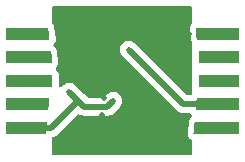
<source format=gbr>
%TF.GenerationSoftware,KiCad,Pcbnew,9.0.1*%
%TF.CreationDate,2025-04-30T15:54:22+02:00*%
%TF.ProjectId,board,626f6172-642e-46b6-9963-61645f706362,rev?*%
%TF.SameCoordinates,Original*%
%TF.FileFunction,Copper,L2,Bot*%
%TF.FilePolarity,Positive*%
%FSLAX46Y46*%
G04 Gerber Fmt 4.6, Leading zero omitted, Abs format (unit mm)*
G04 Created by KiCad (PCBNEW 9.0.1) date 2025-04-30 15:54:22*
%MOMM*%
%LPD*%
G01*
G04 APERTURE LIST*
G04 Aperture macros list*
%AMFreePoly0*
4,1,5,0.500000,-1.800000,-0.500000,-1.800000,-0.500000,1.800000,0.500000,1.900000,0.500000,-1.800000,0.500000,-1.800000,$1*%
%AMFreePoly1*
4,1,5,0.500000,-1.500000,-0.500000,-1.500000,-0.500000,2.300000,0.500000,2.400000,0.500000,-1.500000,0.500000,-1.500000,$1*%
%AMFreePoly2*
4,1,5,0.500000,1.800000,0.500000,-1.800000,-0.500000,-1.800000,-0.500000,1.900000,0.500000,1.800000,0.500000,1.800000,$1*%
%AMFreePoly3*
4,1,5,0.500000,1.700000,0.500000,-1.700000,-0.500000,-1.700000,-0.500000,1.800000,0.500000,1.700000,0.500000,1.700000,$1*%
%AMFreePoly4*
4,1,5,0.500000,1.900000,0.500000,-1.900000,-0.500000,-1.900000,-0.500000,2.000000,0.500000,1.900000,0.500000,1.900000,$1*%
G04 Aperture macros list end*
%TA.AperFunction,SMDPad,CuDef*%
%ADD10FreePoly0,270.000000*%
%TD*%
%TA.AperFunction,SMDPad,CuDef*%
%ADD11FreePoly1,270.000000*%
%TD*%
%TA.AperFunction,SMDPad,CuDef*%
%ADD12R,4.000000X1.000000*%
%TD*%
%TA.AperFunction,SMDPad,CuDef*%
%ADD13FreePoly2,270.000000*%
%TD*%
%TA.AperFunction,SMDPad,CuDef*%
%ADD14FreePoly3,270.000000*%
%TD*%
%TA.AperFunction,SMDPad,CuDef*%
%ADD15FreePoly0,90.000000*%
%TD*%
%TA.AperFunction,SMDPad,CuDef*%
%ADD16R,3.500000X1.000000*%
%TD*%
%TA.AperFunction,SMDPad,CuDef*%
%ADD17FreePoly2,90.000000*%
%TD*%
%TA.AperFunction,SMDPad,CuDef*%
%ADD18FreePoly4,90.000000*%
%TD*%
%TA.AperFunction,ViaPad*%
%ADD19C,0.500000*%
%TD*%
%TA.AperFunction,Conductor*%
%ADD20C,0.500000*%
%TD*%
G04 APERTURE END LIST*
D10*
%TO.P,J1,6,NC*%
%TO.N,unconnected-(J1-NC-Pad6)*%
X142400000Y-92500000D03*
D11*
%TO.P,J1,7,NC*%
%TO.N,unconnected-(J1-NC-Pad7)*%
X142100000Y-94500000D03*
D12*
%TO.P,J1,8,NC*%
%TO.N,unconnected-(J1-NC-Pad8)*%
X142600000Y-96500000D03*
D13*
%TO.P,J1,9,3.3V*%
%TO.N,unconnected-(J1-3.3V-Pad9)*%
X142400000Y-98500000D03*
D14*
%TO.P,J1,10,5V*%
%TO.N,/buck/Vin*%
X142300000Y-100500000D03*
%TD*%
D15*
%TO.P,J2,6,NC*%
%TO.N,unconnected-(J2-NC-Pad6)*%
X158600000Y-92500000D03*
D16*
%TO.P,J2,7,NC*%
%TO.N,unconnected-(J2-NC-Pad7)*%
X158650000Y-94500000D03*
%TO.P,J2,8,NC*%
%TO.N,unconnected-(J2-NC-Pad8)*%
X158650000Y-96500000D03*
D17*
%TO.P,J2,9,3.3V*%
%TO.N,/buck/3.3V*%
X158600000Y-98500000D03*
D18*
%TO.P,J2,10,5V*%
%TO.N,unconnected-(J2-5V-Pad10)*%
X158500000Y-100500000D03*
%TD*%
D19*
%TO.N,/buck/Vin*%
X145972000Y-97422768D03*
X149700000Y-98200000D03*
%TO.N,GND*%
X144900000Y-90600000D03*
X155900000Y-102400000D03*
X151800000Y-99700000D03*
X147800000Y-93500000D03*
X147200000Y-100100000D03*
X147700000Y-100700000D03*
X148740000Y-99400000D03*
X155900000Y-99700000D03*
X148965001Y-96334999D03*
X145953000Y-96120240D03*
X156000000Y-97000000D03*
X150000000Y-90500000D03*
X149575000Y-102125000D03*
X151200000Y-96572000D03*
X147900000Y-102400000D03*
X150800000Y-92700000D03*
X152300000Y-102400000D03*
X147700000Y-95000000D03*
X144900000Y-102400000D03*
X148934500Y-98000000D03*
X156100000Y-92500000D03*
X145000000Y-92500000D03*
X150700000Y-95000000D03*
X150500000Y-96572000D03*
X154350000Y-95550000D03*
X156000000Y-90600000D03*
%TO.N,/buck/3.3V*%
X151000000Y-93860000D03*
%TD*%
D20*
%TO.N,/buck/Vin*%
X145972000Y-97422768D02*
X146749232Y-98200000D01*
X144449232Y-100500000D02*
X146749232Y-98200000D01*
X149200000Y-98700000D02*
X149700000Y-98200000D01*
X142300000Y-100500000D02*
X144449232Y-100500000D01*
X147249232Y-98700000D02*
X149200000Y-98700000D01*
X146749232Y-98200000D02*
X147249232Y-98700000D01*
%TO.N,GND*%
X146800000Y-92500000D02*
X147800000Y-93500000D01*
X145953000Y-96120240D02*
X146579760Y-96120240D01*
X146579760Y-96120240D02*
X147700000Y-95000000D01*
X145000000Y-92500000D02*
X146800000Y-92500000D01*
%TO.N,/buck/3.3V*%
X158600000Y-98500000D02*
X155640000Y-98500000D01*
X155640000Y-98500000D02*
X151000000Y-93860000D01*
%TD*%
%TA.AperFunction,Conductor*%
%TO.N,GND*%
G36*
X156343039Y-90220185D02*
G01*
X156388794Y-90272989D01*
X156400000Y-90324500D01*
X156400000Y-91529305D01*
X156380315Y-91596344D01*
X156353088Y-91626431D01*
X156326784Y-91647307D01*
X156326781Y-91647310D01*
X156242535Y-91766743D01*
X156195351Y-91905070D01*
X156195350Y-91905074D01*
X156189048Y-92051095D01*
X156289048Y-93051095D01*
X156289049Y-93051101D01*
X156291727Y-93073080D01*
X156291727Y-93073081D01*
X156332902Y-93213312D01*
X156332903Y-93213314D01*
X156332904Y-93213316D01*
X156380316Y-93287090D01*
X156400000Y-93354126D01*
X156400000Y-93867931D01*
X156398242Y-93883023D01*
X156398840Y-93883088D01*
X156391500Y-93951345D01*
X156391500Y-95048654D01*
X156398840Y-95116914D01*
X156398240Y-95116978D01*
X156400000Y-95132069D01*
X156400000Y-95867931D01*
X156398242Y-95883023D01*
X156398840Y-95883088D01*
X156391500Y-95951345D01*
X156391500Y-97048654D01*
X156398840Y-97116914D01*
X156398240Y-97116978D01*
X156400000Y-97132069D01*
X156400000Y-97617500D01*
X156380315Y-97684539D01*
X156327511Y-97730294D01*
X156276000Y-97741500D01*
X156005543Y-97741500D01*
X155938504Y-97721815D01*
X155917862Y-97705181D01*
X151483518Y-93270836D01*
X151483517Y-93270835D01*
X151397427Y-93213312D01*
X151359284Y-93187826D01*
X151221247Y-93130649D01*
X151221239Y-93130647D01*
X151147976Y-93116074D01*
X151074709Y-93101500D01*
X151074706Y-93101500D01*
X150925294Y-93101500D01*
X150925290Y-93101500D01*
X150852024Y-93116074D01*
X150778760Y-93130647D01*
X150778752Y-93130649D01*
X150640717Y-93187825D01*
X150516482Y-93270835D01*
X150410835Y-93376482D01*
X150327828Y-93500712D01*
X150327824Y-93500719D01*
X150271491Y-93636722D01*
X150271483Y-93636741D01*
X150270648Y-93638754D01*
X150241500Y-93785291D01*
X150241500Y-93785294D01*
X150241500Y-93934706D01*
X150244324Y-93948905D01*
X150244813Y-93951360D01*
X150244813Y-93951362D01*
X150270647Y-94081239D01*
X150270649Y-94081247D01*
X150327825Y-94219282D01*
X150410835Y-94343517D01*
X155156482Y-99089164D01*
X155156485Y-99089166D01*
X155280716Y-99172174D01*
X155418753Y-99229351D01*
X155444106Y-99234393D01*
X155491970Y-99243915D01*
X155491997Y-99243919D01*
X155492024Y-99243925D01*
X155565294Y-99258500D01*
X155565295Y-99258500D01*
X155714705Y-99258500D01*
X156194233Y-99258500D01*
X156261272Y-99278185D01*
X156285511Y-99298570D01*
X156292761Y-99306454D01*
X156311923Y-99336271D01*
X156352533Y-99371460D01*
X156357297Y-99376641D01*
X156369755Y-99401921D01*
X156384997Y-99425638D01*
X156384996Y-99432847D01*
X156388183Y-99439313D01*
X156384996Y-99467315D01*
X156384996Y-99495507D01*
X156381098Y-99501572D01*
X156380283Y-99508735D01*
X156362460Y-99530572D01*
X156347221Y-99554285D01*
X156338085Y-99560438D01*
X156336105Y-99562865D01*
X156332962Y-99563889D01*
X156322348Y-99571039D01*
X156304011Y-99580389D01*
X156197783Y-99680774D01*
X156197782Y-99680776D01*
X156124142Y-99807018D01*
X156089048Y-99948905D01*
X155989048Y-100948902D01*
X155989048Y-100948905D01*
X155991727Y-101073079D01*
X156032902Y-101213313D01*
X156032902Y-101213314D01*
X156111921Y-101336269D01*
X156111922Y-101336270D01*
X156111923Y-101336271D01*
X156222381Y-101431984D01*
X156299265Y-101467096D01*
X156327512Y-101479996D01*
X156380316Y-101525751D01*
X156400000Y-101592790D01*
X156400000Y-102675500D01*
X156380315Y-102742539D01*
X156327511Y-102788294D01*
X156276000Y-102799500D01*
X144624000Y-102799500D01*
X144556961Y-102779815D01*
X144511206Y-102727011D01*
X144500000Y-102675500D01*
X144500000Y-101365025D01*
X144519685Y-101297986D01*
X144572489Y-101252231D01*
X144599803Y-101243408D01*
X144670479Y-101229351D01*
X144808516Y-101172174D01*
X144932747Y-101089166D01*
X146673996Y-99347916D01*
X146735317Y-99314433D01*
X146805008Y-99319417D01*
X146830566Y-99332497D01*
X146889941Y-99372170D01*
X146889954Y-99372177D01*
X147019022Y-99425638D01*
X147027986Y-99429351D01*
X147027990Y-99429351D01*
X147027991Y-99429352D01*
X147174523Y-99458500D01*
X147174526Y-99458500D01*
X149274706Y-99458500D01*
X149347976Y-99443925D01*
X149347977Y-99443925D01*
X149371163Y-99439313D01*
X149421247Y-99429351D01*
X149559284Y-99372174D01*
X149683515Y-99289166D01*
X150289166Y-98683515D01*
X150372174Y-98559284D01*
X150429351Y-98421246D01*
X150458500Y-98274705D01*
X150458500Y-98125295D01*
X150452462Y-98094942D01*
X150443740Y-98051095D01*
X150429352Y-97978758D01*
X150429351Y-97978757D01*
X150429351Y-97978754D01*
X150416988Y-97948905D01*
X150407882Y-97926921D01*
X150372175Y-97840716D01*
X150289164Y-97716481D01*
X150183519Y-97610836D01*
X150183516Y-97610834D01*
X150059281Y-97527823D01*
X149921251Y-97470650D01*
X149921239Y-97470647D01*
X149821907Y-97450889D01*
X149821906Y-97450888D01*
X149798306Y-97446194D01*
X149774707Y-97441500D01*
X149774706Y-97441500D01*
X149625294Y-97441500D01*
X149625292Y-97441500D01*
X149478759Y-97470647D01*
X149478749Y-97470650D01*
X149340719Y-97527823D01*
X149216485Y-97610834D01*
X149216481Y-97610836D01*
X148922138Y-97905181D01*
X148860815Y-97938666D01*
X148834457Y-97941500D01*
X147614775Y-97941500D01*
X147547736Y-97921815D01*
X147527094Y-97905181D01*
X147232747Y-97610834D01*
X146455518Y-96833604D01*
X146455517Y-96833603D01*
X146331288Y-96750597D01*
X146331284Y-96750594D01*
X146331279Y-96750592D01*
X146193247Y-96693417D01*
X146193239Y-96693415D01*
X146119976Y-96678842D01*
X146046709Y-96664268D01*
X146046706Y-96664268D01*
X145897294Y-96664268D01*
X145897290Y-96664268D01*
X145824024Y-96678842D01*
X145750760Y-96693415D01*
X145750752Y-96693417D01*
X145612718Y-96750592D01*
X145612709Y-96750597D01*
X145488484Y-96833602D01*
X145488480Y-96833605D01*
X145382837Y-96939248D01*
X145382834Y-96939252D01*
X145335602Y-97009940D01*
X145281990Y-97054745D01*
X145212665Y-97063452D01*
X145149637Y-97033297D01*
X145112918Y-96973854D01*
X145108500Y-96941049D01*
X145108500Y-95951362D01*
X145108499Y-95951345D01*
X145105157Y-95920270D01*
X145101989Y-95890799D01*
X145050889Y-95753796D01*
X144963261Y-95636739D01*
X144861515Y-95560572D01*
X144819645Y-95504640D01*
X144814661Y-95434949D01*
X144848146Y-95373626D01*
X144858727Y-95364190D01*
X144873217Y-95352691D01*
X144957464Y-95233257D01*
X145004650Y-95094926D01*
X145010952Y-94948905D01*
X144910952Y-93948905D01*
X144908273Y-93926921D01*
X144895403Y-93883088D01*
X144867097Y-93786686D01*
X144867097Y-93786685D01*
X144788078Y-93663730D01*
X144677616Y-93568013D01*
X144671069Y-93563806D01*
X144625316Y-93511001D01*
X144615375Y-93441842D01*
X144644402Y-93378287D01*
X144661021Y-93362370D01*
X144673217Y-93352691D01*
X144757464Y-93233257D01*
X144804650Y-93094926D01*
X144810952Y-92948905D01*
X144710952Y-91948905D01*
X144708273Y-91926921D01*
X144667097Y-91786686D01*
X144667097Y-91786685D01*
X144588078Y-91663730D01*
X144588077Y-91663729D01*
X144542796Y-91624492D01*
X144505022Y-91565713D01*
X144500000Y-91530780D01*
X144500000Y-90324500D01*
X144519685Y-90257461D01*
X144572489Y-90211706D01*
X144624000Y-90200500D01*
X156276000Y-90200500D01*
X156343039Y-90220185D01*
G37*
%TD.AperFunction*%
%TD*%
M02*

</source>
